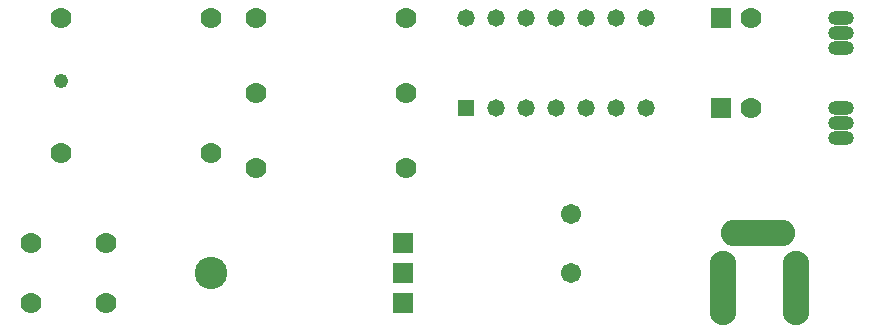
<source format=gts>
G04*
G04 #@! TF.GenerationSoftware,Altium Limited,Altium Designer,24.1.2 (44)*
G04*
G04 Layer_Color=8388736*
%FSLAX44Y44*%
%MOMM*%
G71*
G04*
G04 #@! TF.SameCoordinates,46E7BA1B-DEE9-4666-83E5-56E7B7A1CBDE*
G04*
G04*
G04 #@! TF.FilePolarity,Negative*
G04*
G01*
G75*
%ADD17C,1.7032*%
%ADD18C,1.7780*%
%ADD19R,1.7780X1.7780*%
%ADD20C,1.2192*%
%ADD21O,2.2352X6.2992*%
%ADD22O,6.2992X2.2352*%
%ADD23O,2.2032X1.2032*%
%ADD24O,2.2032X1.2032*%
%ADD25R,1.4732X1.4732*%
%ADD26C,1.4732*%
%ADD27R,1.7780X1.7780*%
%ADD28C,2.7432*%
D17*
X1015335Y838346D02*
D03*
Y888346D02*
D03*
D18*
X558800Y812800D02*
D03*
Y863600D02*
D03*
X1168400Y1054100D02*
D03*
X876300D02*
D03*
X749300D02*
D03*
X584200D02*
D03*
X711200D02*
D03*
X876300Y990600D02*
D03*
X749300D02*
D03*
X876300Y927100D02*
D03*
X749300D02*
D03*
X1168400Y977900D02*
D03*
X584200Y939800D02*
D03*
X711200D02*
D03*
X622300Y863600D02*
D03*
Y812800D02*
D03*
D19*
X1143000Y1054100D02*
D03*
Y977900D02*
D03*
D20*
X584200Y1000760D02*
D03*
D21*
X1144000Y825500D02*
D03*
X1206500D02*
D03*
D22*
X1174226Y871940D02*
D03*
D23*
X1244600Y1028700D02*
D03*
Y1054100D02*
D03*
Y977900D02*
D03*
Y952500D02*
D03*
D24*
Y1041400D02*
D03*
Y965200D02*
D03*
D25*
X927100Y977900D02*
D03*
D26*
X952500D02*
D03*
X977900D02*
D03*
X1003300D02*
D03*
X1028700D02*
D03*
X1054100D02*
D03*
X1079500D02*
D03*
Y1054100D02*
D03*
X1054100D02*
D03*
X1028700D02*
D03*
X1003300D02*
D03*
X977900D02*
D03*
X952500D02*
D03*
X927100D02*
D03*
D27*
X873506Y812800D02*
D03*
Y838200D02*
D03*
Y863600D02*
D03*
D28*
X711200Y838200D02*
D03*
M02*

</source>
